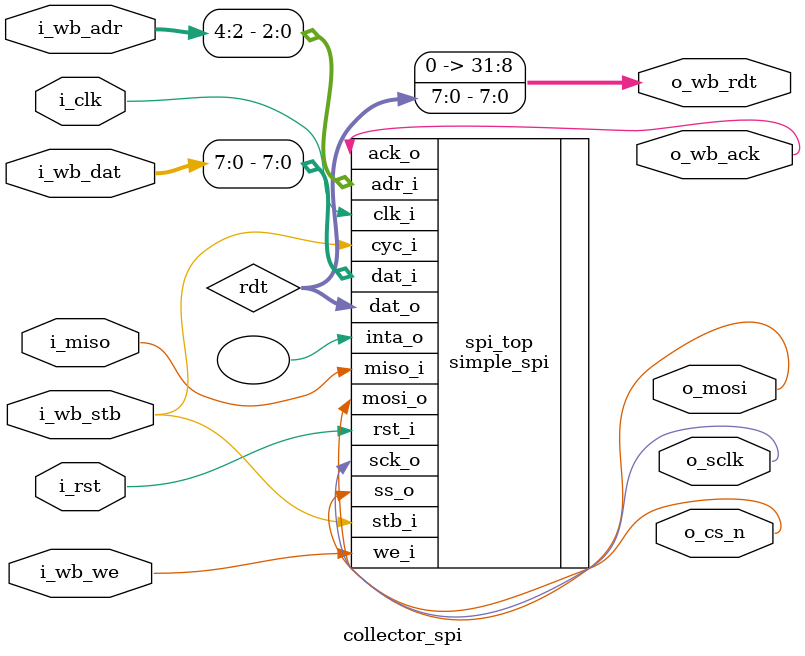
<source format=v>
module collector_spi
  (input wire 	     i_clk,
   input wire 	      i_rst,
   output wire 	      o_sclk,
   output wire 	      o_cs_n,
   output wire 	      o_mosi,
   input wire 	      i_miso,
   input wire [4:0]   i_wb_adr,
   input wire [31:0]  i_wb_dat,
   input wire 	      i_wb_we,
   input wire 	      i_wb_stb,
   output wire [31:0] o_wb_rdt,
   output wire 	      o_wb_ack);

   wire [7:0] 	     rdt;

   assign o_wb_rdt = {24'd0, rdt};

   simple_spi spi_top
     (
      .clk_i (i_clk),
      .rst_i (i_rst),
      .adr_i (i_wb_adr[4:2]),
      .dat_i (i_wb_dat[7:0]),
      .we_i  (i_wb_we),
      .cyc_i (i_wb_stb),
      .stb_i (i_wb_stb),
      .dat_o (rdt),
      .ack_o (o_wb_ack),
      .inta_o(),

      .sck_o (o_sclk),
      .ss_o  (o_cs_n),
      .mosi_o(o_mosi),
      .miso_i(i_miso));

endmodule

</source>
